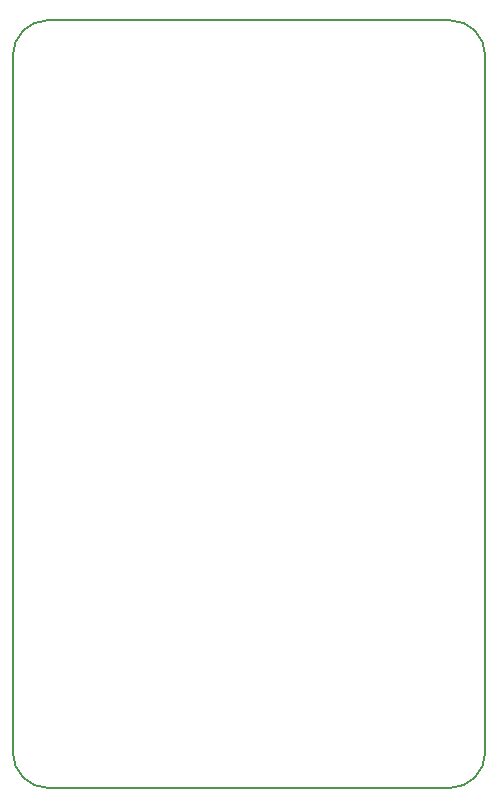
<source format=gm1>
G04 #@! TF.GenerationSoftware,KiCad,Pcbnew,(5.1.10)-1*
G04 #@! TF.CreationDate,2022-01-19T13:45:55+05:30*
G04 #@! TF.ProjectId,P-1000072_Cicada Wi-Fi,502d3130-3030-4303-9732-5f4369636164,0.1*
G04 #@! TF.SameCoordinates,PX7cee6c0PY3dfd240*
G04 #@! TF.FileFunction,Profile,NP*
%FSLAX46Y46*%
G04 Gerber Fmt 4.6, Leading zero omitted, Abs format (unit mm)*
G04 Created by KiCad (PCBNEW (5.1.10)-1) date 2022-01-19 13:45:55*
%MOMM*%
%LPD*%
G01*
G04 APERTURE LIST*
G04 #@! TA.AperFunction,Profile*
%ADD10C,0.150000*%
G04 #@! TD*
G04 APERTURE END LIST*
D10*
X-2500000Y-60000000D02*
X17000000Y-60000000D01*
X-12000000Y-60000000D02*
X-2500000Y-60000000D01*
X-17000000Y-60000000D02*
G75*
G02*
X-20000000Y-57000000I0J3000000D01*
G01*
X20000000Y-57000000D02*
G75*
G02*
X17000000Y-60000000I-3000000J0D01*
G01*
X17000000Y5000000D02*
G75*
G02*
X20000000Y2000000I0J-3000000D01*
G01*
X-20000000Y2000000D02*
G75*
G02*
X-17000000Y5000000I3000000J0D01*
G01*
X-20000000Y-57000000D02*
X-20000000Y2000000D01*
X-12000000Y-60000000D02*
X-17000000Y-60000000D01*
X20000000Y2000000D02*
X20000000Y-57000000D01*
X-17000000Y5000000D02*
X17000000Y5000000D01*
M02*

</source>
